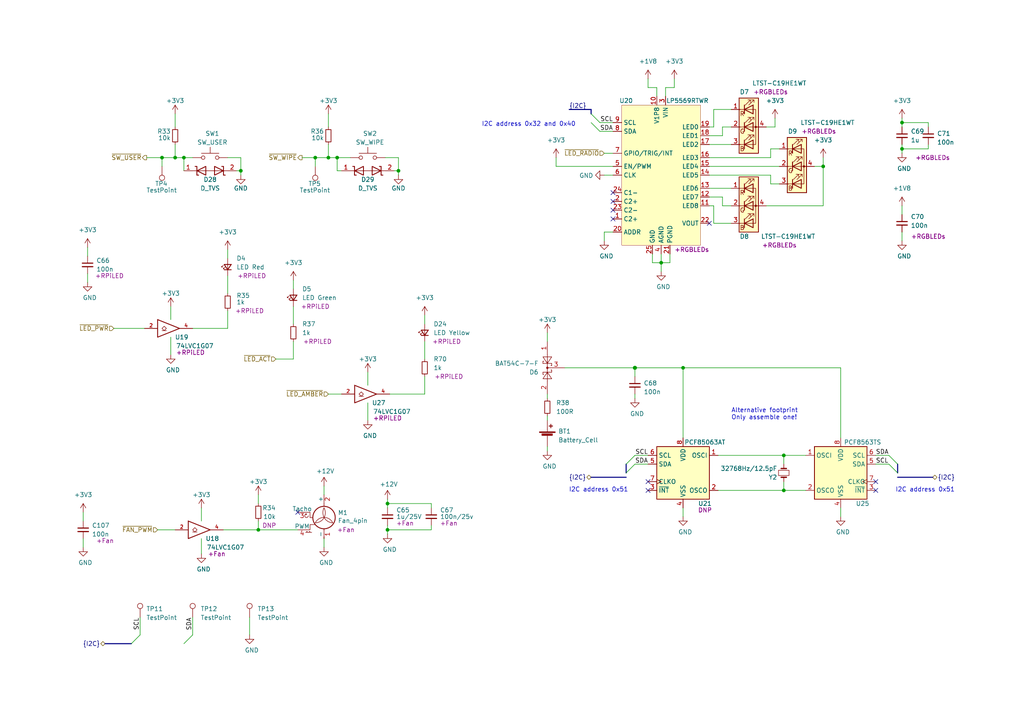
<source format=kicad_sch>
(kicad_sch (version 20210621) (generator eeschema)
  (paper "A4")
  (title_block (title "Control/RTC") (date "2021-01-12") (rev "0.1") (company "Nabu Casa") (comment 1 "www.nabucasa.com") (comment 2 "Amber"))
  (lib_symbols
    (symbol "74xGxx:74LVC1G07" (pin_names (offset 1.016))
      (property "Reference" "U" (at -2.54 3.81 0))
      (property "Value" "74LVC1G07" (at 0 -3.81 0))
      (symbol "74LVC1G07_0_1"
        (polyline (pts (xy -2.54 -0.635) (xy -1.27 -0.635)))
        (polyline (pts (xy -3.81 2.54) (xy -3.81 -2.54) (xy 2.54 0) (xy -3.81 2.54)) (stroke (width 0.254)))
        (polyline (pts (xy -1.905 0.635) (xy -2.54 0) (xy -1.905 -0.635) (xy -1.27 0) (xy -1.905 0.635)))
      )
      (symbol "74LVC1G07_1_1"
        (pin input line (at -7.62 0 0) (length 3.81) (name "~") (number "2"))
        (pin power_in line (at 0 -2.54 270) (length 0) hide (name "GND") (number "3"))
        (pin open_collector line (at 6.35 0 180) (length 3.81) (name "~") (number "4"))
        (pin power_in line (at 0 2.54 90) (length 0) hide (name "VCC") (number "5"))
      )
    )
    (symbol "Amber:D_TVS_Reverse" (pin_names (offset 1.016) hide)
      (property "Reference" "D" (at 0 2.54 0))
      (property "Value" "D_TVS_Reverse" (at 0 -2.54 0))
      (symbol "D_TVS_Reverse_0_1"
        (polyline (pts (xy 5.08 0) (xy -5.08 0)))
        (polyline (pts (xy -4.3688 1.27) (xy -3.8608 1.27) (xy -3.8608 -1.27) (xy -3.3528 -1.27)) (stroke (width 0.254)))
        (polyline (pts (xy -3.81 0) (xy -1.27 1.27) (xy -1.27 -1.27) (xy -3.81 0)) (stroke (width 0.254)))
        (polyline (pts (xy 3.81 0) (xy 1.27 -1.27) (xy 1.27 1.27) (xy 3.81 0)) (stroke (width 0.254)))
        (polyline (pts (xy 4.3688 -1.27) (xy 3.8608 -1.27) (xy 3.8608 1.27) (xy 3.3528 1.27)) (stroke (width 0.254)))
      )
      (symbol "D_TVS_Reverse_1_1"
        (pin passive line (at -7.62 0 0) (length 2.54) (name "A1") (number "1"))
        (pin passive line (at 7.62 0 180) (length 2.54) (name "A2") (number "2"))
      )
    )
    (symbol "Amber:LP5569"
      (property "Reference" "U" (at -10.16 21.59 0))
      (property "Value" "LP5569" (at 7.62 21.59 0))
      (symbol "LP5569_0_1"
        (rectangle (start -11.43 20.32) (end 11.43 -20.32) (stroke (width 0.0006)) (fill (type background)))
      )
      (symbol "LP5569_1_1"
        (pin input line (at -13.97 -12.7 0) (length 2.54) (name "C2+") (number "1"))
        (pin input line (at -1.27 22.86 270) (length 2.54) (name "V1P8") (number "10"))
        (pin output line (at 13.97 -8.89 180) (length 2.54) (name "LED8") (number "11"))
        (pin output line (at 13.97 -6.35 180) (length 2.54) (name "LED7") (number "12"))
        (pin output line (at 13.97 -3.81 180) (length 2.54) (name "LED6") (number "13"))
        (pin output line (at 13.97 0 180) (length 2.54) (name "LED5") (number "14"))
        (pin output line (at 13.97 2.54 180) (length 2.54) (name "LED4") (number "15"))
        (pin output line (at 13.97 5.08 180) (length 2.54) (name "LED3") (number "16"))
        (pin output line (at 13.97 8.89 180) (length 2.54) (name "LED2") (number "17"))
        (pin output line (at 13.97 11.43 180) (length 2.54) (name "LED1") (number "18"))
        (pin output line (at 13.97 13.97 180) (length 2.54) (name "LED0") (number "19"))
        (pin input line (at -13.97 -7.62 0) (length 2.54) (name "C2+") (number "2"))
        (pin input line (at -13.97 -16.51 0) (length 2.54) (name "ADDR") (number "20"))
        (pin input line (at 2.54 -22.86 90) (length 2.54) (name "PGND") (number "21"))
        (pin output line (at 13.97 -13.97 180) (length 2.54) (name "VOUT") (number "22"))
        (pin input line (at -13.97 -10.16 0) (length 2.54) (name "C2-") (number "23"))
        (pin input line (at -13.97 -5.08 0) (length 2.54) (name "C1-") (number "24"))
        (pin input line (at -2.54 -22.86 90) (length 2.54) (name "GND") (number "25"))
        (pin input line (at 1.27 22.86 270) (length 2.54) (name "VIN") (number "3"))
        (pin input line (at 0 -22.86 90) (length 2.54) (name "AGND") (number "4"))
        (pin input line (at -13.97 2.54 0) (length 2.54) (name "EN/PWM") (number "5"))
        (pin input line (at -13.97 0 0) (length 2.54) (name "CLK") (number "6"))
        (pin input line (at -13.97 6.35 0) (length 2.54) (name "GPIO/TRIG/INT") (number "7"))
        (pin bidirectional line (at -13.97 12.7 0) (length 2.54) (name "SDA") (number "8"))
        (pin input line (at -13.97 15.24 0) (length 2.54) (name "SCL") (number "9"))
      )
    )
    (symbol "Connector:TestPoint" (pin_numbers hide) (pin_names (offset 0.762) hide)
      (property "Reference" "TP" (at 0 6.858 0))
      (property "Value" "TestPoint" (at 0 5.08 0))
      (symbol "TestPoint_0_1"
        (circle (center 0 3.302) (radius 0.762))
      )
      (symbol "TestPoint_1_1"
        (pin passive line (at 0 0 90) (length 2.54) (name "1") (number "1"))
      )
    )
    (symbol "Device:Battery_Cell" (pin_numbers hide) (pin_names (offset 0) hide)
      (property "Reference" "BT" (at 2.54 2.54 0))
      (property "Value" "Battery_Cell" (at 2.54 0 0))
      (symbol "Battery_Cell_0_1"
        (rectangle (start -2.286 1.778) (end 2.286 1.524) (fill (type outline)))
        (rectangle (start -1.5748 1.1938) (end 1.4732 0.6858) (fill (type outline)))
        (polyline (pts (xy 0 0.762) (xy 0 0)))
        (polyline (pts (xy 0 1.778) (xy 0 2.54)))
        (polyline (pts (xy 0.508 3.429) (xy 1.524 3.429)) (stroke (width 0.254)))
        (polyline (pts (xy 1.016 3.937) (xy 1.016 2.921)) (stroke (width 0.254)))
      )
      (symbol "Battery_Cell_1_1"
        (pin passive line (at 0 5.08 270) (length 2.54) (name "+") (number "1"))
        (pin passive line (at 0 -2.54 90) (length 2.54) (name "-") (number "2"))
      )
    )
    (symbol "Device:C_Small" (pin_numbers hide) (pin_names (offset 0.254) hide)
      (property "Reference" "C" (at 0.254 1.778 0))
      (property "Value" "C_Small" (at 0.254 -2.032 0))
      (symbol "C_Small_0_1"
        (polyline (pts (xy -1.524 -0.508) (xy 1.524 -0.508)) (stroke (width 0.3302)))
        (polyline (pts (xy -1.524 0.508) (xy 1.524 0.508)) (stroke (width 0.3048)))
      )
      (symbol "C_Small_1_1"
        (pin passive line (at 0 2.54 270) (length 2.032) (name "~") (number "1"))
        (pin passive line (at 0 -2.54 90) (length 2.032) (name "~") (number "2"))
      )
    )
    (symbol "Device:Crystal_Small" (pin_numbers hide) (pin_names (offset 1.016) hide)
      (property "Reference" "Y" (at 0 2.54 0))
      (property "Value" "Crystal_Small" (at 0 -2.54 0))
      (symbol "Crystal_Small_0_1"
        (rectangle (start -0.762 -1.524) (end 0.762 1.524))
        (polyline (pts (xy -1.27 -0.762) (xy -1.27 0.762)) (stroke (width 0.381)))
        (polyline (pts (xy 1.27 -0.762) (xy 1.27 0.762)) (stroke (width 0.381)))
      )
      (symbol "Crystal_Small_1_1"
        (pin passive line (at -2.54 0 0) (length 1.27) (name "1") (number "1"))
        (pin passive line (at 2.54 0 180) (length 1.27) (name "2") (number "2"))
      )
    )
    (symbol "Device:LED_RGBA" (pin_names (offset 0) hide)
      (property "Reference" "D" (at 0 9.398 0))
      (property "Value" "LED_RGBA" (at 0 -8.89 0))
      (symbol "LED_RGBA_0_0"
        (text "B" (at -1.905 -6.35 0) (effects (font (size 1.27 1.27))))
        (text "G" (at -1.905 -1.27 0) (effects (font (size 1.27 1.27))))
        (text "R" (at -1.905 3.81 0) (effects (font (size 1.27 1.27))))
      )
      (symbol "LED_RGBA_0_1"
        (circle (center 2.032 0) (radius 0.254) (fill (type outline)))
        (rectangle (start 1.27 -1.27) (end 1.27 1.27))
        (rectangle (start 1.27 1.27) (end 1.27 1.27))
        (rectangle (start 1.27 3.81) (end 1.27 6.35))
        (rectangle (start 1.27 6.35) (end 1.27 6.35))
        (rectangle (start 2.794 8.382) (end -2.794 -7.62) (stroke (width 0.254)) (fill (type background)))
        (polyline (pts (xy -1.27 -5.08) (xy -2.54 -5.08)))
        (polyline (pts (xy -1.27 -5.08) (xy 1.27 -5.08)))
        (polyline (pts (xy -1.27 -3.81) (xy -1.27 -6.35)) (stroke (width 0.254)))
        (polyline (pts (xy -1.27 0) (xy -2.54 0)))
        (polyline (pts (xy -1.27 1.27) (xy -1.27 -1.27)) (stroke (width 0.254)))
        (polyline (pts (xy -1.27 5.08) (xy -2.54 5.08)))
        (polyline (pts (xy -1.27 5.08) (xy 1.27 5.08)))
        (polyline (pts (xy -1.27 6.35) (xy -1.27 3.81)) (stroke (width 0.254)))
        (polyline (pts (xy 1.27 0) (xy -1.27 0)))
        (polyline (pts (xy 1.27 0) (xy 2.54 0)))
        (polyline (pts (xy -1.27 1.27) (xy -1.27 -1.27) (xy -1.27 -1.27)))
        (polyline (pts (xy -1.27 6.35) (xy -1.27 3.81) (xy -1.27 3.81)))
        (polyline (pts (xy 1.27 -5.08) (xy 2.032 -5.08) (xy 2.032 5.08) (xy 1.27 5.08)))
        (polyline (pts (xy 1.27 -3.81) (xy 1.27 -6.35) (xy -1.27 -5.08) (xy 1.27 -3.81)) (stroke (width 0.254)))
        (polyline (pts (xy 1.27 1.27) (xy 1.27 -1.27) (xy -1.27 0) (xy 1.27 1.27)) (stroke (width 0.254)))
        (polyline (pts (xy 1.27 6.35) (xy 1.27 3.81) (xy -1.27 5.08) (xy 1.27 6.35)) (stroke (width 0.254)))
        (polyline (pts (xy -1.016 -3.81) (xy 0.508 -2.286) (xy -0.254 -2.286) (xy 0.508 -2.286) (xy 0.508 -3.048)))
        (polyline (pts (xy -1.016 1.27) (xy 0.508 2.794) (xy -0.254 2.794) (xy 0.508 2.794) (xy 0.508 2.032)))
        (polyline (pts (xy -1.016 6.35) (xy 0.508 7.874) (xy -0.254 7.874) (xy 0.508 7.874) (xy 0.508 7.112)))
        (polyline (pts (xy 0 -3.81) (xy 1.524 -2.286) (xy 0.762 -2.286) (xy 1.524 -2.286) (xy 1.524 -3.048)))
        (polyline (pts (xy 0 1.27) (xy 1.524 2.794) (xy 0.762 2.794) (xy 1.524 2.794) (xy 1.524 2.032)))
        (polyline (pts (xy 0 6.35) (xy 1.524 7.874) (xy 0.762 7.874) (xy 1.524 7.874) (xy 1.524 7.112)))
      )
      (symbol "LED_RGBA_1_1"
        (pin passive line (at -5.08 5.08 0) (length 2.54) (name "RK") (number "1"))
        (pin passive line (at -5.08 0 0) (length 2.54) (name "GK") (number "2"))
        (pin passive line (at -5.08 -5.08 0) (length 2.54) (name "BK") (number "3"))
        (pin passive line (at 5.08 0 180) (length 2.54) (name "A") (number "4"))
      )
    )
    (symbol "Device:LED_Small" (pin_numbers hide) (pin_names (offset 0.254) hide)
      (property "Reference" "D" (at -1.27 3.175 0))
      (property "Value" "LED_Small" (at -4.445 -2.54 0))
      (symbol "LED_Small_0_1"
        (polyline (pts (xy -0.762 -1.016) (xy -0.762 1.016)) (stroke (width 0.254)))
        (polyline (pts (xy 1.016 0) (xy -0.762 0)))
        (polyline (pts (xy 0.762 -1.016) (xy -0.762 0) (xy 0.762 1.016) (xy 0.762 -1.016)) (stroke (width 0.254)))
        (polyline (pts (xy 0 0.762) (xy -0.508 1.27) (xy -0.254 1.27) (xy -0.508 1.27) (xy -0.508 1.016)))
        (polyline (pts (xy 0.508 1.27) (xy 0 1.778) (xy 0.254 1.778) (xy 0 1.778) (xy 0 1.524)))
      )
      (symbol "LED_Small_1_1"
        (pin passive line (at -2.54 0 0) (length 1.778) (name "K") (number "1"))
        (pin passive line (at 2.54 0 180) (length 1.778) (name "A") (number "2"))
      )
    )
    (symbol "Device:R_Small" (pin_numbers hide) (pin_names (offset 0.254) hide)
      (property "Reference" "R" (at 0.762 0.508 0))
      (property "Value" "R_Small" (at 0.762 -1.016 0))
      (symbol "R_Small_0_1"
        (rectangle (start -0.762 1.778) (end 0.762 -1.778) (stroke (width 0.2032)))
      )
      (symbol "R_Small_1_1"
        (pin passive line (at 0 2.54 270) (length 0.762) (name "~") (number "1"))
        (pin passive line (at 0 -2.54 90) (length 0.762) (name "~") (number "2"))
      )
    )
    (symbol "Diode:BAT54C" (pin_names (offset 1.016))
      (property "Reference" "D" (at 0.635 -3.81 0))
      (property "Value" "BAT54C" (at -6.35 3.175 0))
      (symbol "BAT54C_0_1"
        (circle (center 0 0) (radius 0.254) (fill (type outline)))
        (polyline (pts (xy -1.905 0) (xy 1.905 0)))
        (polyline (pts (xy -1.905 1.27) (xy -1.905 1.016)))
        (polyline (pts (xy -1.27 -1.27) (xy -0.635 -1.27)))
        (polyline (pts (xy -1.27 0) (xy -3.81 0)))
        (polyline (pts (xy -1.27 1.27) (xy -1.905 1.27)))
        (polyline (pts (xy -1.27 1.27) (xy -1.27 -1.27)))
        (polyline (pts (xy -0.635 -1.27) (xy -0.635 -1.016)))
        (polyline (pts (xy 0.635 -1.27) (xy 0.635 -1.016)))
        (polyline (pts (xy 1.27 -1.27) (xy 0.635 -1.27)))
        (polyline (pts (xy 1.27 1.27) (xy 1.27 -1.27)))
        (polyline (pts (xy 1.27 1.27) (xy 1.905 1.27)))
        (polyline (pts (xy 1.905 1.27) (xy 1.905 1.016)))
        (polyline (pts (xy 3.81 0) (xy 1.27 0)))
        (polyline (pts (xy -3.175 -1.27) (xy -3.175 1.27) (xy -1.27 0) (xy -3.175 -1.27)))
        (polyline (pts (xy 3.175 -1.27) (xy 3.175 1.27) (xy 1.27 0) (xy 3.175 -1.27)))
      )
      (symbol "BAT54C_1_1"
        (pin passive line (at -7.62 0 0) (length 3.81) (name "~") (number "1"))
        (pin passive line (at 7.62 0 180) (length 3.81) (name "~") (number "2"))
        (pin passive line (at 0 -5.08 90) (length 5.08) (name "~") (number "3"))
      )
    )
    (symbol "Motor:Fan_4pin" (pin_names (offset 0))
      (property "Reference" "M" (at 2.54 5.08 0))
      (property "Value" "Fan_4pin" (at 2.54 -2.54 0))
      (symbol "Fan_4pin_0_0"
        (arc (start -5.588 1.524) (end -5.08 2.032) (radius (at -5.08 1.524) (length 0.508) (angles 180 90)))
        (arc (start -5.588 1.524) (end -4.572 1.524) (radius (at -5.08 1.524) (length 0.508) (angles -179.9 -0.1)))
        (polyline (pts (xy -5.08 2.032) (xy -5.334 2.159)))
        (polyline (pts (xy -5.08 2.032) (xy -5.207 1.778)))
        (polyline (pts (xy -4.064 2.54) (xy -4.064 1.016) (xy -3.302 1.016)))
      )
      (symbol "Fan_4pin_0_1"
        (arc (start 0 3.81) (end -2.54 -0.508) (radius (at -2.4892 2.3876) (length 2.8702) (angles 29.7 -91)))
        (arc (start -2.54 -0.508) (end 2.54 -0.508) (radius (at 0 -1.778) (length 2.8448) (angles 153.4 26.6)))
        (arc (start 2.54 -0.508) (end 0 3.81) (radius (at 2.6162 2.413) (length 2.921) (angles -91.5 151.9)))
        (circle (center 0 1.016) (radius 3.2512) (stroke (width 0.254)))
        (polyline (pts (xy -4.064 2.54) (xy -5.08 2.54)))
        (polyline (pts (xy 0 -5.08) (xy 0 -4.572)))
        (polyline (pts (xy 0 -2.2352) (xy 0 -2.6416)))
        (polyline (pts (xy 0 4.2672) (xy 0 4.6228)))
        (polyline (pts (xy 0 4.572) (xy 0 5.08)))
        (polyline (pts (xy -2.54 -1.016) (xy -4.064 -1.016) (xy -4.064 -2.54) (xy -5.08 -2.54)))
        (polyline (pts (xy -5.334 -3.302) (xy -5.08 -3.302) (xy -5.08 -3.048) (xy -4.826 -3.048) (xy -4.826 -3.302) (xy -4.318 -3.302) (xy -4.318 -3.048) (xy -4.064 -3.048) (xy -4.064 -3.302) (xy -3.556 -3.302)))
      )
      (symbol "Fan_4pin_1_1"
        (pin passive line (at 0 -5.08 90) (length 2.54) (name "-") (number "1"))
        (pin passive line (at 0 7.62 270) (length 2.54) (name "+") (number "2"))
        (pin passive line (at -7.62 2.54 0) (length 2.54) (name "Tacho") (number "3"))
        (pin input line (at -7.62 -2.54 0) (length 2.54) (name "PWM") (number "4"))
      )
    )
    (symbol "Switch:SW_Push" (pin_numbers hide) (pin_names (offset 1.016) hide)
      (property "Reference" "SW" (at 1.27 2.54 0))
      (property "Value" "SW_Push" (at 0 -1.524 0))
      (symbol "SW_Push_0_1"
        (circle (center -2.032 0) (radius 0.508))
        (circle (center 2.032 0) (radius 0.508))
        (polyline (pts (xy 0 1.27) (xy 0 3.048)))
        (polyline (pts (xy 2.54 1.27) (xy -2.54 1.27)))
        (pin passive line (at -5.08 0 0) (length 2.54) (name "1") (number "1"))
        (pin passive line (at 5.08 0 180) (length 2.54) (name "2") (number "2"))
      )
    )
    (symbol "Timer_RTC:PCF8563T"
      (property "Reference" "U" (at -7.62 8.89 0))
      (property "Value" "PCF8563T" (at 2.54 8.89 0))
      (symbol "PCF8563T_0_1"
        (rectangle (start -7.62 7.62) (end 7.62 -7.62) (stroke (width 0.254)) (fill (type background)))
      )
      (symbol "PCF8563T_1_1"
        (pin input line (at -10.16 5.08 0) (length 2.54) (name "OSCI") (number "1"))
        (pin output line (at -10.16 -5.08 0) (length 2.54) (name "OSCO") (number "2"))
        (pin output line (at 10.16 -5.08 180) (length 2.54) (name "~{INT}") (number "3"))
        (pin power_in line (at 0 -10.16 90) (length 2.54) (name "VSS") (number "4"))
        (pin bidirectional line (at 10.16 2.54 180) (length 2.54) (name "SDA") (number "5"))
        (pin input line (at 10.16 5.08 180) (length 2.54) (name "SCL") (number "6"))
        (pin output clock (at 10.16 -2.54 180) (length 2.54) (name "CLKO") (number "7"))
        (pin power_in line (at 0 10.16 270) (length 2.54) (name "VDD") (number "8"))
      )
    )
    (symbol "Timer_RTC:PCF8563TS"
      (property "Reference" "U" (at -7.62 8.89 0))
      (property "Value" "PCF8563TS" (at 2.54 8.89 0))
      (symbol "PCF8563TS_0_1"
        (rectangle (start -7.62 7.62) (end 7.62 -7.62) (stroke (width 0.254)) (fill (type background)))
      )
      (symbol "PCF8563TS_1_1"
        (pin input line (at -10.16 5.08 0) (length 2.54) (name "OSCI") (number "1"))
        (pin output line (at -10.16 -5.08 0) (length 2.54) (name "OSCO") (number "2"))
        (pin output line (at 10.16 -5.08 180) (length 2.54) (name "~{INT}") (number "3"))
        (pin power_in line (at 0 -10.16 90) (length 2.54) (name "VSS") (number "4"))
        (pin bidirectional line (at 10.16 2.54 180) (length 2.54) (name "SDA") (number "5"))
        (pin input line (at 10.16 5.08 180) (length 2.54) (name "SCL") (number "6"))
        (pin output clock (at 10.16 -2.54 180) (length 2.54) (name "CLKO") (number "7"))
        (pin power_in line (at 0 10.16 270) (length 2.54) (name "VDD") (number "8"))
      )
    )
    (symbol "power:+12V" (power) (pin_names (offset 0))
      (property "Value" "+12V" (at 0 3.556 0))
      (symbol "+12V_0_1"
        (polyline (pts (xy -0.762 1.27) (xy 0 2.54)))
        (polyline (pts (xy 0 0) (xy 0 2.54)))
        (polyline (pts (xy 0 2.54) (xy 0.762 1.27)))
      )
      (symbol "+12V_1_1"
        (pin power_in line (at 0 0 90) (length 0) hide (name "+12V") (number "1"))
      )
    )
    (symbol "power:+1V8" (power) (pin_names (offset 0))
      (property "Value" "+1V8" (at 0 3.556 0))
      (symbol "+1V8_0_1"
        (polyline (pts (xy -0.762 1.27) (xy 0 2.54)))
        (polyline (pts (xy 0 0) (xy 0 2.54)))
        (polyline (pts (xy 0 2.54) (xy 0.762 1.27)))
      )
      (symbol "+1V8_1_1"
        (pin power_in line (at 0 0 90) (length 0) hide (name "+1V8") (number "1"))
      )
    )
    (symbol "power:+3V3" (power) (pin_names (offset 0))
      (property "Value" "+3V3" (at 0 3.556 0))
      (symbol "+3V3_0_1"
        (polyline (pts (xy -0.762 1.27) (xy 0 2.54)))
        (polyline (pts (xy 0 0) (xy 0 2.54)))
        (polyline (pts (xy 0 2.54) (xy 0.762 1.27)))
      )
      (symbol "+3V3_1_1"
        (pin power_in line (at 0 0 90) (length 0) hide (name "+3V3") (number "1"))
      )
    )
    (symbol "power:GND" (power) (pin_names (offset 0))
      (property "Value" "GND" (at 0 -3.81 0))
      (symbol "GND_0_1"
        (polyline (pts (xy 0 0) (xy 0 -1.27) (xy 1.27 -1.27) (xy 0 -2.54) (xy -1.27 -1.27) (xy 0 -1.27)))
      )
      (symbol "GND_1_1"
        (pin power_in line (at 0 0 270) (length 0) hide (name "GND") (number "1"))
      )
    )
  )
  (junction (at 46.99 45.72) (diameter 0.9144))
  (junction (at 50.8 45.72) (diameter 0.9144))
  (junction (at 53.34 45.72) (diameter 0.9144))
  (junction (at 69.85 49.53) (diameter 0.9144))
  (junction (at 74.93 153.67) (diameter 0.9144))
  (junction (at 91.44 45.72) (diameter 0.9144))
  (junction (at 95.25 45.72) (diameter 0.9144))
  (junction (at 97.79 45.72) (diameter 0.9144))
  (junction (at 112.395 146.05) (diameter 0.9144))
  (junction (at 112.395 153.67) (diameter 0.9144))
  (junction (at 115.57 49.53) (diameter 0.9144))
  (junction (at 184.15 106.68) (diameter 1.016))
  (junction (at 191.77 76.2) (diameter 0.9144))
  (junction (at 198.12 106.68) (diameter 0.9144))
  (junction (at 227.33 132.08) (diameter 0.9144))
  (junction (at 227.33 142.24) (diameter 0.9144))
  (junction (at 238.76 48.26) (diameter 0.9144))
  (junction (at 261.62 35.56) (diameter 0.9144))
  (junction (at 261.62 43.18) (diameter 0.9144))
  (no_connect (at 86.36 148.59))
  (no_connect (at 177.8 55.88))
  (no_connect (at 177.8 58.42))
  (no_connect (at 177.8 60.96))
  (no_connect (at 177.8 63.5))
  (no_connect (at 187.96 139.7))
  (no_connect (at 187.96 142.24))
  (no_connect (at 205.74 64.77))
  (no_connect (at 254 139.7))
  (no_connect (at 254 142.24))
  (bus_entry (at 38.1 186.69) (size 2.54 -2.54) (stroke (width 0.1524)))
  (bus_entry (at 53.34 186.69) (size 2.54 -2.54) (stroke (width 0.1524)))
  (bus_entry (at 171.45 33.02) (size 2.54 2.54) (stroke (width 0.1524)))
  (bus_entry (at 171.45 35.56) (size 2.54 2.54) (stroke (width 0.1524)))
  (bus_entry (at 181.61 134.62) (size 2.54 -2.54) (stroke (width 0.1524)))
  (bus_entry (at 181.61 137.16) (size 2.54 -2.54) (stroke (width 0.1524)))
  (bus_entry (at 260.35 134.62) (size -2.54 -2.54) (stroke (width 0.1524)))
  (bus_entry (at 260.35 137.16) (size -2.54 -2.54) (stroke (width 0.1524)))
  (wire (pts (xy 24.13 148.59) (xy 24.13 151.13)))
  (wire (pts (xy 24.13 156.21) (xy 24.13 158.75)))
  (wire (pts (xy 25.4 71.755) (xy 25.4 74.295)))
  (wire (pts (xy 25.4 79.375) (xy 25.4 81.915)))
  (wire (pts (xy 33.02 95.25) (xy 41.91 95.25)))
  (wire (pts (xy 40.64 179.07) (xy 40.64 184.15)))
  (wire (pts (xy 42.545 45.72) (xy 46.99 45.72)))
  (wire (pts (xy 45.72 153.67) (xy 50.8 153.67)))
  (wire (pts (xy 46.99 45.72) (xy 46.99 48.26)))
  (wire (pts (xy 46.99 45.72) (xy 50.8 45.72)))
  (wire (pts (xy 49.53 88.9) (xy 49.53 92.71)))
  (wire (pts (xy 49.53 97.79) (xy 49.53 102.87)))
  (wire (pts (xy 50.8 36.83) (xy 50.8 33.02)))
  (wire (pts (xy 50.8 41.91) (xy 50.8 45.72)))
  (wire (pts (xy 50.8 45.72) (xy 53.34 45.72)))
  (wire (pts (xy 53.34 45.72) (xy 53.34 49.53)))
  (wire (pts (xy 53.34 45.72) (xy 55.88 45.72)))
  (wire (pts (xy 55.88 95.25) (xy 66.04 95.25)))
  (wire (pts (xy 55.88 179.07) (xy 55.88 184.15)))
  (wire (pts (xy 58.42 147.32) (xy 58.42 151.13)))
  (wire (pts (xy 58.42 156.21) (xy 58.42 160.655)))
  (wire (pts (xy 64.77 153.67) (xy 74.93 153.67)))
  (wire (pts (xy 66.04 45.72) (xy 69.85 45.72)))
  (wire (pts (xy 66.04 72.39) (xy 66.04 74.93)))
  (wire (pts (xy 66.04 80.01) (xy 66.04 85.09)))
  (wire (pts (xy 66.04 95.25) (xy 66.04 90.17)))
  (wire (pts (xy 68.58 49.53) (xy 69.85 49.53)))
  (wire (pts (xy 69.85 45.72) (xy 69.85 49.53)))
  (wire (pts (xy 69.85 49.53) (xy 69.85 50.8)))
  (wire (pts (xy 72.39 179.07) (xy 72.39 184.15)))
  (wire (pts (xy 74.93 146.05) (xy 74.93 143.51)))
  (wire (pts (xy 74.93 151.13) (xy 74.93 153.67)))
  (wire (pts (xy 74.93 153.67) (xy 86.36 153.67)))
  (wire (pts (xy 80.01 104.14) (xy 85.09 104.14)))
  (wire (pts (xy 85.09 81.28) (xy 85.09 83.82)))
  (wire (pts (xy 85.09 88.9) (xy 85.09 93.98)))
  (wire (pts (xy 85.09 99.06) (xy 85.09 104.14)))
  (wire (pts (xy 87.63 45.72) (xy 91.44 45.72)))
  (wire (pts (xy 91.44 45.72) (xy 91.44 48.26)))
  (wire (pts (xy 91.44 45.72) (xy 95.25 45.72)))
  (wire (pts (xy 93.98 140.97) (xy 93.98 143.51)))
  (wire (pts (xy 93.98 156.21) (xy 93.98 158.75)))
  (wire (pts (xy 95.25 36.83) (xy 95.25 33.02)))
  (wire (pts (xy 95.25 41.91) (xy 95.25 45.72)))
  (wire (pts (xy 95.25 45.72) (xy 97.79 45.72)))
  (wire (pts (xy 95.25 114.3) (xy 99.06 114.3)))
  (wire (pts (xy 97.79 45.72) (xy 101.6 45.72)))
  (wire (pts (xy 97.79 49.53) (xy 97.79 45.72)))
  (wire (pts (xy 97.79 49.53) (xy 99.06 49.53)))
  (wire (pts (xy 106.68 107.95) (xy 106.68 111.76)))
  (wire (pts (xy 106.68 116.84) (xy 106.68 121.92)))
  (wire (pts (xy 111.76 45.72) (xy 115.57 45.72)))
  (wire (pts (xy 112.395 144.78) (xy 112.395 146.05)))
  (wire (pts (xy 112.395 146.05) (xy 112.395 147.32)))
  (wire (pts (xy 112.395 146.05) (xy 125.095 146.05)))
  (wire (pts (xy 112.395 152.4) (xy 112.395 153.67)))
  (wire (pts (xy 112.395 153.67) (xy 112.395 154.94)))
  (wire (pts (xy 112.395 153.67) (xy 125.095 153.67)))
  (wire (pts (xy 113.03 114.3) (xy 123.19 114.3)))
  (wire (pts (xy 114.3 49.53) (xy 115.57 49.53)))
  (wire (pts (xy 115.57 45.72) (xy 115.57 49.53)))
  (wire (pts (xy 115.57 49.53) (xy 115.57 50.8)))
  (wire (pts (xy 123.19 91.44) (xy 123.19 93.98)))
  (wire (pts (xy 123.19 99.06) (xy 123.19 104.14)))
  (wire (pts (xy 123.19 109.22) (xy 123.19 114.3)))
  (wire (pts (xy 125.095 147.32) (xy 125.095 146.05)))
  (wire (pts (xy 125.095 152.4) (xy 125.095 153.67)))
  (wire (pts (xy 158.75 96.52) (xy 158.75 99.06)))
  (wire (pts (xy 158.75 114.3) (xy 158.75 115.57)))
  (wire (pts (xy 158.75 120.65) (xy 158.75 121.92)))
  (wire (pts (xy 158.75 129.54) (xy 158.75 130.81)))
  (wire (pts (xy 161.29 45.72) (xy 161.29 48.26)))
  (wire (pts (xy 161.29 48.26) (xy 177.8 48.26)))
  (wire (pts (xy 163.83 106.68) (xy 184.15 106.68)))
  (wire (pts (xy 175.26 44.45) (xy 177.8 44.45)))
  (wire (pts (xy 175.26 50.8) (xy 177.8 50.8)))
  (wire (pts (xy 175.26 67.31) (xy 177.8 67.31)))
  (wire (pts (xy 175.26 69.85) (xy 175.26 67.31)))
  (wire (pts (xy 177.8 35.56) (xy 173.99 35.56)))
  (wire (pts (xy 177.8 38.1) (xy 173.99 38.1)))
  (wire (pts (xy 184.15 106.68) (xy 184.15 109.22)))
  (wire (pts (xy 184.15 106.68) (xy 198.12 106.68)))
  (wire (pts (xy 184.15 114.3) (xy 184.15 115.57)))
  (wire (pts (xy 187.96 22.86) (xy 187.96 25.4)))
  (wire (pts (xy 187.96 25.4) (xy 190.5 25.4)))
  (wire (pts (xy 187.96 132.08) (xy 184.15 132.08)))
  (wire (pts (xy 187.96 134.62) (xy 184.15 134.62)))
  (wire (pts (xy 189.23 73.66) (xy 189.23 76.2)))
  (wire (pts (xy 189.23 76.2) (xy 191.77 76.2)))
  (wire (pts (xy 190.5 25.4) (xy 190.5 27.94)))
  (wire (pts (xy 191.77 73.66) (xy 191.77 76.2)))
  (wire (pts (xy 191.77 76.2) (xy 191.77 78.74)))
  (wire (pts (xy 191.77 76.2) (xy 194.31 76.2)))
  (wire (pts (xy 193.04 25.4) (xy 193.04 27.94)))
  (wire (pts (xy 194.31 76.2) (xy 194.31 73.66)))
  (wire (pts (xy 195.58 22.86) (xy 195.58 25.4)))
  (wire (pts (xy 195.58 25.4) (xy 193.04 25.4)))
  (wire (pts (xy 198.12 106.68) (xy 198.12 127)))
  (wire (pts (xy 198.12 147.32) (xy 198.12 149.86)))
  (wire (pts (xy 205.74 36.83) (xy 207.01 36.83)))
  (wire (pts (xy 205.74 39.37) (xy 209.55 39.37)))
  (wire (pts (xy 205.74 41.91) (xy 212.09 41.91)))
  (wire (pts (xy 205.74 45.72) (xy 223.52 45.72)))
  (wire (pts (xy 205.74 48.26) (xy 226.06 48.26)))
  (wire (pts (xy 205.74 50.8) (xy 223.52 50.8)))
  (wire (pts (xy 205.74 54.61) (xy 212.09 54.61)))
  (wire (pts (xy 205.74 57.15) (xy 209.55 57.15)))
  (wire (pts (xy 205.74 59.69) (xy 207.01 59.69)))
  (wire (pts (xy 207.01 31.75) (xy 212.09 31.75)))
  (wire (pts (xy 207.01 36.83) (xy 207.01 31.75)))
  (wire (pts (xy 207.01 59.69) (xy 207.01 64.77)))
  (wire (pts (xy 207.01 64.77) (xy 212.09 64.77)))
  (wire (pts (xy 208.28 132.08) (xy 227.33 132.08)))
  (wire (pts (xy 208.28 142.24) (xy 227.33 142.24)))
  (wire (pts (xy 209.55 36.83) (xy 212.09 36.83)))
  (wire (pts (xy 209.55 39.37) (xy 209.55 36.83)))
  (wire (pts (xy 209.55 57.15) (xy 209.55 59.69)))
  (wire (pts (xy 209.55 59.69) (xy 212.09 59.69)))
  (wire (pts (xy 222.25 36.83) (xy 224.79 36.83)))
  (wire (pts (xy 222.25 59.69) (xy 238.76 59.69)))
  (wire (pts (xy 223.52 43.18) (xy 226.06 43.18)))
  (wire (pts (xy 223.52 45.72) (xy 223.52 43.18)))
  (wire (pts (xy 223.52 50.8) (xy 223.52 53.34)))
  (wire (pts (xy 223.52 53.34) (xy 226.06 53.34)))
  (wire (pts (xy 224.79 34.29) (xy 224.79 36.83)))
  (wire (pts (xy 227.33 132.08) (xy 233.68 132.08)))
  (wire (pts (xy 227.33 134.62) (xy 227.33 132.08)))
  (wire (pts (xy 227.33 139.7) (xy 227.33 142.24)))
  (wire (pts (xy 227.33 142.24) (xy 233.68 142.24)))
  (wire (pts (xy 236.22 48.26) (xy 238.76 48.26)))
  (wire (pts (xy 238.76 48.26) (xy 238.76 45.72)))
  (wire (pts (xy 238.76 59.69) (xy 238.76 48.26)))
  (wire (pts (xy 243.84 106.68) (xy 198.12 106.68)))
  (wire (pts (xy 243.84 127) (xy 243.84 106.68)))
  (wire (pts (xy 243.84 147.32) (xy 243.84 149.86)))
  (wire (pts (xy 254 132.08) (xy 257.81 132.08)))
  (wire (pts (xy 254 134.62) (xy 257.81 134.62)))
  (wire (pts (xy 261.62 34.29) (xy 261.62 35.56)))
  (wire (pts (xy 261.62 35.56) (xy 261.62 36.83)))
  (wire (pts (xy 261.62 41.91) (xy 261.62 43.18)))
  (wire (pts (xy 261.62 43.18) (xy 261.62 44.45)))
  (wire (pts (xy 261.62 43.18) (xy 269.24 43.18)))
  (wire (pts (xy 261.62 59.69) (xy 261.62 62.23)))
  (wire (pts (xy 261.62 67.31) (xy 261.62 69.85)))
  (wire (pts (xy 269.24 35.56) (xy 261.62 35.56)))
  (wire (pts (xy 269.24 36.83) (xy 269.24 35.56)))
  (wire (pts (xy 269.24 41.91) (xy 269.24 43.18)))
  (bus (pts (xy 30.48 186.69) (xy 53.34 186.69)))
  (bus (pts (xy 165.1 31.75) (xy 171.45 31.75)))
  (bus (pts (xy 171.45 31.75) (xy 171.45 35.56)))
  (bus (pts (xy 181.61 134.62) (xy 181.61 138.43)))
  (bus (pts (xy 181.61 138.43) (xy 171.45 138.43)))
  (bus (pts (xy 260.35 134.62) (xy 260.35 138.43)))
  (bus (pts (xy 260.35 138.43) (xy 270.51 138.43)))
  (text "I2C address 0x32 and 0x40" (at 139.7 36.83 0) (effects (font (size 1.27 1.27)) (justify left bottom)))
  (text "I2C address 0x51" (at 182.245 142.875 180) (effects (font (size 1.27 1.27)) (justify right bottom)))
  (text "Alternative footprint\nOnly assemble one!" (at 212.09 121.92 0) (effects (font (size 1.27 1.27)) (justify left bottom)))
  (text "I2C address 0x51" (at 259.715 142.875 0) (effects (font (size 1.27 1.27)) (justify left bottom)))
  (label "SCL" (at 40.64 179.07 270))
  (label "SDA" (at 55.88 179.07 270))
  (label "{I2C}" (at 165.1 31.75 0))
  (label "SCL" (at 177.8 35.56 180))
  (label "SDA" (at 177.8 38.1 180))
  (label "SCL" (at 187.96 132.08 180))
  (label "SDA" (at 187.96 134.62 180))
  (label "SDA" (at 254 132.08 0))
  (label "SCL" (at 254 134.62 0))
  (hierarchical_label "{I2C}" (shape bidirectional) (at 30.48 186.69 180))
  (hierarchical_label "~{LED_PWR}" (shape input) (at 33.02 95.25 180))
  (hierarchical_label "~{SW_USER}" (shape output) (at 42.545 45.72 180))
  (hierarchical_label "~{FAN_PWM}" (shape input) (at 45.72 153.67 180))
  (hierarchical_label "~{LED_ACT}" (shape input) (at 80.01 104.14 180))
  (hierarchical_label "~{SW_WIPE}" (shape output) (at 87.63 45.72 180))
  (hierarchical_label "~{LED_AMBER}" (shape input) (at 95.25 114.3 180))
  (hierarchical_label "{I2C}" (shape bidirectional) (at 171.45 138.43 180))
  (hierarchical_label "~{LED_RADIO}" (shape input) (at 175.26 44.45 180))
  (hierarchical_label "{I2C}" (shape bidirectional) (at 270.51 138.43 0))
  (symbol (lib_id "power:+3V3") (at 24.13 148.59 0) (unit 1)
    (property "Reference" "#PWR027" (effects hide))
    (property "Value" "+3V3" (at 24.13 143.51 0))
  )
  (symbol (lib_id "power:+3V3") (at 25.4 71.755 0) (unit 1)
    (property "Reference" "#PWR0129" (effects hide))
    (property "Value" "+3V3" (at 25.4 66.675 0))
  )
  (symbol (lib_id "power:+3V3") (at 49.53 88.9 0) (unit 1)
    (property "Reference" "#PWR0117" (effects hide))
    (property "Value" "+3V3" (at 49.53 85.09 0))
  )
  (symbol (lib_id "power:+3V3") (at 50.8 33.02 0) (unit 1)
    (property "Reference" "#PWR0114" (effects hide))
    (property "Value" "+3V3" (at 50.8 29.21 0))
  )
  (symbol (lib_id "power:+3V3") (at 58.42 147.32 0) (unit 1)
    (property "Reference" "#PWR0115" (effects hide))
    (property "Value" "+3V3" (at 58.42 143.51 0))
  )
  (symbol (lib_id "power:+3V3") (at 66.04 72.39 0) (unit 1)
    (property "Reference" "#PWR0121" (effects hide))
    (property "Value" "+3V3" (at 66.04 67.31 0))
  )
  (symbol (lib_id "power:+3V3") (at 74.93 143.51 0) (unit 1)
    (property "Reference" "#PWR0120" (effects hide))
    (property "Value" "+3V3" (at 74.93 139.7 0))
  )
  (symbol (lib_id "power:+3V3") (at 85.09 81.28 0) (unit 1)
    (property "Reference" "#PWR0128" (effects hide))
    (property "Value" "+3V3" (at 85.09 76.2 0))
  )
  (symbol (lib_id "power:+12V") (at 93.98 140.97 0) (unit 1)
    (property "Reference" "#PWR0123" (effects hide))
    (property "Value" "+12V" (at 94.3483 136.6456 0))
  )
  (symbol (lib_id "power:+3V3") (at 95.25 33.02 0) (unit 1)
    (property "Reference" "#PWR0122" (effects hide))
    (property "Value" "+3V3" (at 95.25 29.21 0))
  )
  (symbol (lib_id "power:+3V3") (at 106.68 107.95 0) (unit 1)
    (property "Reference" "#PWR0214" (effects hide))
    (property "Value" "+3V3" (at 106.68 104.14 0))
  )
  (symbol (lib_id "power:+12V") (at 112.395 144.78 0) (unit 1)
    (property "Reference" "#PWR0126" (effects hide))
    (property "Value" "+12V" (at 112.7633 140.4556 0))
  )
  (symbol (lib_id "power:+3V3") (at 123.19 91.44 0) (unit 1)
    (property "Reference" "#PWR0204" (effects hide))
    (property "Value" "+3V3" (at 123.19 86.36 0))
  )
  (symbol (lib_id "power:+3V3") (at 158.75 96.52 0) (unit 1)
    (property "Reference" "#PWR0136" (effects hide))
    (property "Value" "+3V3" (at 158.75 92.71 0))
  )
  (symbol (lib_id "power:+3V3") (at 161.29 45.72 0) (unit 1)
    (property "Reference" "#PWR0131" (effects hide))
    (property "Value" "+3V3" (at 161.29 40.64 0))
  )
  (symbol (lib_id "power:+1V8") (at 187.96 22.86 0) (unit 1)
    (property "Reference" "#PWR0134" (effects hide))
    (property "Value" "+1V8" (at 187.96 17.78 0))
  )
  (symbol (lib_id "power:+3V3") (at 195.58 22.86 0) (unit 1)
    (property "Reference" "#PWR0138" (effects hide))
    (property "Value" "+3V3" (at 195.58 17.78 0))
  )
  (symbol (lib_id "power:+3V3") (at 224.79 34.29 0) (unit 1)
    (property "Reference" "#PWR0140" (effects hide))
    (property "Value" "+3V3" (at 224.79 29.21 0))
  )
  (symbol (lib_id "power:+3V3") (at 238.76 45.72 0) (unit 1)
    (property "Reference" "#PWR0142" (effects hide))
    (property "Value" "+3V3" (at 238.76 40.64 0))
  )
  (symbol (lib_id "power:+3V3") (at 261.62 34.29 0) (unit 1)
    (property "Reference" "#PWR0143" (effects hide))
    (property "Value" "+3V3" (at 261.62 29.21 0))
  )
  (symbol (lib_id "power:+1V8") (at 261.62 59.69 0) (unit 1)
    (property "Reference" "#PWR0145" (effects hide))
    (property "Value" "+1V8" (at 261.62 54.61 0))
  )
  (symbol (lib_id "Connector:TestPoint") (at 40.64 179.07 0) (unit 1)
    (property "Reference" "TP11" (at 42.418 176.5934 0) (effects (justify left)))
    (property "Value" "TestPoint" (at 42.418 179.1334 0) (effects (justify left)))
    (property "Footprint" "TestPoint:TestPoint_Pad_D1.0mm" (effects hide))
  )
  (symbol (lib_id "Connector:TestPoint") (at 46.99 48.26 180) (unit 1)
    (property "Reference" "TP4" (at 44.958 53.2764 0) (effects (justify right)))
    (property "Value" "TestPoint" (at 42.418 55.1814 0) (effects (justify right)))
    (property "Footprint" "TestPoint:TestPoint_Pad_D1.0mm" (effects hide))
  )
  (symbol (lib_id "Connector:TestPoint") (at 55.88 179.07 0) (unit 1)
    (property "Reference" "TP12" (at 58.166 176.5934 0) (effects (justify left)))
    (property "Value" "TestPoint" (at 58.166 179.1334 0) (effects (justify left)))
    (property "Footprint" "TestPoint:TestPoint_Pad_D1.0mm" (effects hide))
  )
  (symbol (lib_id "Connector:TestPoint") (at 72.39 179.07 0) (unit 1)
    (property "Reference" "TP13" (at 74.676 176.5934 0) (effects (justify left)))
    (property "Value" "TestPoint" (at 74.676 179.1334 0) (effects (justify left)))
    (property "Footprint" "TestPoint:TestPoint_Pad_D1.0mm" (effects hide))
  )
  (symbol (lib_id "Connector:TestPoint") (at 91.44 48.26 180) (unit 1)
    (property "Reference" "TP5" (at 89.408 53.2764 0) (effects (justify right)))
    (property "Value" "TestPoint" (at 86.868 55.1814 0) (effects (justify right)))
    (property "Footprint" "TestPoint:TestPoint_Pad_D1.0mm" (effects hide))
  )
  (symbol (lib_id "power:GND") (at 24.13 158.75 0) (unit 1)
    (property "Reference" "#PWR0196" (effects hide))
    (property "Value" "GND" (at 24.765 163.195 0))
  )
  (symbol (lib_id "power:GND") (at 25.4 81.915 0) (unit 1)
    (property "Reference" "#PWR0130" (effects hide))
    (property "Value" "GND" (at 26.035 86.36 0))
  )
  (symbol (lib_id "power:GND") (at 49.53 102.87 0) (unit 1)
    (property "Reference" "#PWR0118" (effects hide))
    (property "Value" "GND" (at 50.165 107.315 0))
  )
  (symbol (lib_id "power:GND") (at 58.42 160.655 0) (unit 1)
    (property "Reference" "#PWR0116" (effects hide))
    (property "Value" "GND" (at 59.055 165.1 0))
  )
  (symbol (lib_id "power:GND") (at 69.85 50.8 0) (unit 1)
    (property "Reference" "#PWR0119" (effects hide))
    (property "Value" "GND" (at 69.85 54.61 0))
  )
  (symbol (lib_id "power:GND") (at 72.39 184.15 0) (unit 1)
    (property "Reference" "#PWR0213" (effects hide))
    (property "Value" "GND" (at 73.025 188.595 0))
  )
  (symbol (lib_id "power:GND") (at 93.98 158.75 0) (unit 1)
    (property "Reference" "#PWR0124" (effects hide))
    (property "Value" "GND" (at 94.615 163.195 0))
  )
  (symbol (lib_id "power:GND") (at 106.68 121.92 0) (unit 1)
    (property "Reference" "#PWR0215" (effects hide))
    (property "Value" "GND" (at 107.315 126.365 0))
  )
  (symbol (lib_id "power:GND") (at 112.395 154.94 0) (unit 1)
    (property "Reference" "#PWR0127" (effects hide))
    (property "Value" "GND" (at 113.03 159.385 0))
  )
  (symbol (lib_id "power:GND") (at 115.57 50.8 0) (unit 1)
    (property "Reference" "#PWR0125" (effects hide))
    (property "Value" "GND" (at 115.57 54.61 0))
  )
  (symbol (lib_id "power:GND") (at 158.75 130.81 0) (unit 1)
    (property "Reference" "#PWR0137" (effects hide))
    (property "Value" "GND" (at 159.385 135.255 0))
  )
  (symbol (lib_id "power:GND") (at 175.26 50.8 270) (unit 1)
    (property "Reference" "#PWR0132" (effects hide))
    (property "Value" "GND" (at 172.085 50.9143 90) (effects (justify right)))
  )
  (symbol (lib_id "power:GND") (at 175.26 69.85 0) (unit 1)
    (property "Reference" "#PWR0133" (effects hide))
    (property "Value" "GND" (at 175.895 74.295 0))
  )
  (symbol (lib_id "power:GND") (at 184.15 115.57 0) (unit 1)
    (property "Reference" "#PWR0139" (effects hide))
    (property "Value" "GND" (at 184.785 120.015 0))
  )
  (symbol (lib_id "power:GND") (at 191.77 78.74 0) (unit 1)
    (property "Reference" "#PWR0135" (effects hide))
    (property "Value" "GND" (at 192.405 83.185 0))
  )
  (symbol (lib_id "power:GND") (at 198.12 149.86 0) (unit 1)
    (property "Reference" "#PWR0141" (effects hide))
    (property "Value" "GND" (at 198.755 154.305 0))
  )
  (symbol (lib_id "power:GND") (at 243.84 149.86 0) (unit 1)
    (property "Reference" "#PWR0203" (effects hide))
    (property "Value" "GND" (at 244.475 154.305 0))
  )
  (symbol (lib_id "power:GND") (at 261.62 44.45 0) (unit 1)
    (property "Reference" "#PWR0144" (effects hide))
    (property "Value" "GND" (at 262.255 48.895 0))
  )
  (symbol (lib_id "power:GND") (at 261.62 69.85 0) (unit 1)
    (property "Reference" "#PWR0146" (effects hide))
    (property "Value" "GND" (at 262.255 74.295 0))
  )
  (symbol (lib_id "Device:R_Small") (at 50.8 39.37 180) (unit 1)
    (property "Reference" "R33" (at 49.53 38.1 0) (effects (justify left)))
    (property "Value" "10k" (at 49.53 40.005 0) (effects (justify left)))
    (property "Footprint" "Resistor_SMD:R_0402_1005Metric" (effects hide))
  )
  (symbol (lib_id "Device:R_Small") (at 66.04 87.63 0) (unit 1)
    (property "Reference" "R35" (at 68.58 85.725 0) (effects (justify left)))
    (property "Value" "1k" (at 68.58 87.63 0) (effects (justify left)))
    (property "Footprint" "Resistor_SMD:R_0402_1005Metric" (effects hide))
    (property "Config" "+RPiLED" (at 72.39 90.17 0))
  )
  (symbol (lib_id "Device:R_Small") (at 74.93 148.59 180) (unit 1)
    (property "Reference" "R34" (at 80.01 147.32 0) (effects (justify left)))
    (property "Value" "10k" (at 80.01 149.86 0) (effects (justify left)))
    (property "Footprint" "Resistor_SMD:R_0402_1005Metric" (effects hide))
    (property "Config" "DNP" (at 78.105 152.4 0))
  )
  (symbol (lib_id "Device:R_Small") (at 85.09 96.52 0) (unit 1)
    (property "Reference" "R37" (at 87.63 93.98 0) (effects (justify left)))
    (property "Value" "1k" (at 87.63 96.52 0) (effects (justify left)))
    (property "Footprint" "Resistor_SMD:R_0402_1005Metric" (effects hide))
    (property "Config" "+RPiLED" (at 92.075 99.06 0))
  )
  (symbol (lib_id "Device:R_Small") (at 95.25 39.37 180) (unit 1)
    (property "Reference" "R36" (at 93.98 38.1 0) (effects (justify left)))
    (property "Value" "10k" (at 93.98 40.005 0) (effects (justify left)))
    (property "Footprint" "Resistor_SMD:R_0402_1005Metric" (effects hide))
  )
  (symbol (lib_id "Device:R_Small") (at 123.19 106.68 0) (unit 1)
    (property "Reference" "R70" (at 125.73 104.14 0) (effects (justify left)))
    (property "Value" "1k" (at 125.73 106.68 0) (effects (justify left)))
    (property "Footprint" "Resistor_SMD:R_0402_1005Metric" (effects hide))
    (property "Config" "+RPiLED" (at 130.175 109.22 0))
  )
  (symbol (lib_id "Device:R_Small") (at 158.75 118.11 0) (unit 1)
    (property "Reference" "R38" (at 161.29 116.84 0) (effects (justify left)))
    (property "Value" "100R" (at 161.29 119.38 0) (effects (justify left)))
    (property "Footprint" "Resistor_SMD:R_0402_1005Metric" (effects hide))
  )
  (symbol (lib_id "Device:LED_Small") (at 66.04 77.47 90) (unit 1)
    (property "Reference" "D4" (at 68.58 74.93 90) (effects (justify right)))
    (property "Value" "LED Red" (at 68.58 77.47 90) (effects (justify right)))
    (property "Footprint" "LED_SMD:LED_0603_1608Metric" (effects hide))
    (property "Datasheet" "https://datasheet.lcsc.com/lcsc/1811101510_Everlight-Elec-19-217-R6C-AL1M2VY-3T_C72044.pdf" (effects hide))
    (property "Manufacturer" "Everlight Elec" (effects hide))
    (property "PartNumber" "19-217/R6C-AL1M2VY/3T" (effects hide))
    (property "Config" "+RPiLED" (at 73.025 80.01 90))
  )
  (symbol (lib_id "Device:LED_Small") (at 85.09 86.36 90) (unit 1)
    (property "Reference" "D5" (at 87.63 83.82 90) (effects (justify right)))
    (property "Value" "LED Green" (at 87.63 86.36 90) (effects (justify right)))
    (property "Footprint" "LED_SMD:LED_0603_1608Metric" (effects hide))
    (property "Datasheet" "https://datasheet.lcsc.com/lcsc/1811101510_Everlight-Elec-19-217-GHC-YR1S2-3T_C72043.pdf" (effects hide))
    (property "Manufacturer" "Everlight Elec" (effects hide))
    (property "PartNumber" "19-217/GHC-YR1S2/3T" (effects hide))
    (property "Config" "+RPiLED" (at 91.44 88.9 90))
  )
  (symbol (lib_id "Device:LED_Small") (at 123.19 96.52 90) (unit 1)
    (property "Reference" "D24" (at 125.73 93.98 90) (effects (justify right)))
    (property "Value" "LED Yellow" (at 125.73 96.52 90) (effects (justify right)))
    (property "Footprint" "LED_SMD:LED_0603_1608Metric" (effects hide))
    (property "Datasheet" "https://datasheet.lcsc.com/lcsc/1810101813_Everlight-Elec-19-213-Y2C-CQ2R2L-3T-CY_C72038.pdf" (effects hide))
    (property "Manufacturer" "Everlight Elec" (effects hide))
    (property "PartNumber" "19-213/Y2C-CQ2R2L/3T(CY)" (effects hide))
    (property "Config" "+RPiLED" (at 129.54 99.06 90))
  )
  (symbol (lib_id "Device:Crystal_Small") (at 227.33 137.16 270) (unit 1)
    (property "Reference" "Y2" (at 225.425 138.43 90) (effects (justify right)))
    (property "Value" "32768Hz{slash}12.5pF" (at 225.425 135.89 90) (effects (justify right)))
    (property "Footprint" "Crystal:Crystal_SMD_3215-2Pin_3.2x1.5mm" (effects hide))
    (property "Manufacturer" "Yangxing Tech" (effects hide))
    (property "PartNumber" "X321532768KGD2SI" (effects hide))
  )
  (symbol (lib_id "Device:C_Small") (at 24.13 153.67 0) (unit 1)
    (property "Reference" "C107" (at 26.67 152.4 0) (effects (justify left)))
    (property "Value" "100n" (at 26.67 154.94 0) (effects (justify left)))
    (property "Footprint" "Capacitor_SMD:C_0402_1005Metric" (effects hide))
    (property "Config" "+Fan" (at 30.48 156.845 0))
  )
  (symbol (lib_id "Device:C_Small") (at 25.4 76.835 0) (unit 1)
    (property "Reference" "C66" (at 27.94 75.565 0) (effects (justify left)))
    (property "Value" "100n" (at 27.94 78.105 0) (effects (justify left)))
    (property "Footprint" "Capacitor_SMD:C_0402_1005Metric" (effects hide))
    (property "Config" "+RPiLED" (at 31.75 80.01 0))
  )
  (symbol (lib_id "Device:C_Small") (at 112.395 149.86 0) (unit 1)
    (property "Reference" "C65" (at 114.935 147.955 0) (effects (justify left)))
    (property "Value" "1u/25V" (at 114.935 149.86 0) (effects (justify left)))
    (property "Footprint" "Capacitor_SMD:C_0402_1005Metric" (effects hide))
    (property "Config" "+Fan" (at 117.475 151.765 0))
  )
  (symbol (lib_id "Device:C_Small") (at 125.095 149.86 0) (unit 1)
    (property "Reference" "C67" (at 127.635 147.955 0) (effects (justify left)))
    (property "Value" "100n/25v" (at 127.635 149.86 0) (effects (justify left)))
    (property "Footprint" "Capacitor_SMD:C_0402_1005Metric" (effects hide))
    (property "Config" "+Fan" (at 130.175 151.765 0))
  )
  (symbol (lib_id "Device:C_Small") (at 184.15 111.76 0) (unit 1)
    (property "Reference" "C68" (at 186.69 111.125 0) (effects (justify left)))
    (property "Value" "100n" (at 186.69 113.665 0) (effects (justify left)))
    (property "Footprint" "Capacitor_SMD:C_0402_1005Metric" (effects hide))
  )
  (symbol (lib_id "Device:C_Small") (at 261.62 39.37 0) (unit 1)
    (property "Reference" "C69" (at 264.16 38.1 0) (effects (justify left)))
    (property "Value" "1u" (at 264.16 40.64 0) (effects (justify left)))
    (property "Footprint" "Capacitor_SMD:C_0402_1005Metric" (effects hide))
    (property "Config" "+RGBLEDs" (at 270.51 45.72 0))
  )
  (symbol (lib_id "Device:C_Small") (at 261.62 64.77 0) (unit 1)
    (property "Reference" "C70" (at 264.16 62.865 0) (effects (justify left)))
    (property "Value" "100n" (at 264.16 65.405 0) (effects (justify left)))
    (property "Footprint" "Capacitor_SMD:C_0402_1005Metric" (effects hide))
    (property "Config" "+RGBLEDs" (at 269.24 68.58 0))
  )
  (symbol (lib_id "Device:C_Small") (at 269.24 39.37 0) (unit 1)
    (property "Reference" "C71" (at 271.78 38.735 0) (effects (justify left)))
    (property "Value" "100n" (at 271.78 41.275 0) (effects (justify left)))
    (property "Footprint" "Capacitor_SMD:C_0402_1005Metric" (effects hide))
    (property "Config" "+RGBLEDs" (effects hide))
  )
  (symbol (lib_id "Device:Battery_Cell") (at 158.75 127 0) (unit 1)
    (property "Reference" "BT1" (at 161.925 125.095 0) (effects (justify left)))
    (property "Value" "Battery_Cell" (at 161.925 127.635 0) (effects (justify left)))
    (property "Footprint" "Battery:BatteryHolder_Keystone_1060_1x2032" (effects hide))
    (property "Manufacturer" "Keystone" (effects hide))
    (property "PartNumber" "1060" (effects hide))
  )
  (symbol (lib_id "Switch:SW_Push") (at 60.96 45.72 0) (unit 1)
    (property "Reference" "SW1" (at 61.595 38.735 0))
    (property "Value" "SW_USER" (at 61.595 41.275 0))
    (property "Footprint" "Button_Switch_THT:SW_Tactile_SPST_Angled_PTS645Vx83-2LFS" (effects hide))
    (property "Manufacturer" "C&K" (effects hide))
    (property "PartNumber" "PTS645VM83-2 LFS" (effects hide))
  )
  (symbol (lib_id "Switch:SW_Push") (at 106.68 45.72 0) (unit 1)
    (property "Reference" "SW2" (at 107.315 38.735 0))
    (property "Value" "SW_WIPE" (at 107.315 41.275 0))
    (property "Footprint" "Button_Switch_THT:SW_Tactile_SPST_Angled_PTS645Vx58-2LFS" (effects hide))
    (property "Manufacturer" "C&K" (effects hide))
    (property "PartNumber" "PTS645VK58-2 LFS" (effects hide))
  )
  (symbol (lib_id "Amber:D_TVS_Reverse") (at 60.96 49.53 0) (unit 1)
    (property "Reference" "D28" (at 60.96 52.07 0))
    (property "Value" "D_TVS" (at 60.96 54.61 0))
    (property "Footprint" "Diode_SMD:D_0402_1005Metric" (effects hide))
    (property "Manufacturer" "Texas Instruments" (effects hide))
    (property "PartNumber" "TPD1E10B09QDPYRQ1" (effects hide))
  )
  (symbol (lib_id "Amber:D_TVS_Reverse") (at 106.68 49.53 0) (unit 1)
    (property "Reference" "D29" (at 106.68 52.07 0))
    (property "Value" "D_TVS" (at 106.68 54.61 0))
    (property "Footprint" "Diode_SMD:D_0402_1005Metric" (effects hide))
    (property "Manufacturer" "Texas Instruments" (effects hide))
    (property "PartNumber" "TPD1E10B09QDPYRQ1" (effects hide))
  )
  (symbol (lib_id "74xGxx:74LVC1G07") (at 49.53 95.25 0) (unit 1)
    (property "Reference" "U19" (at 52.705 97.79 0))
    (property "Value" "74LVC1G07" (at 56.515 100.33 0))
    (property "Footprint" "Package_TO_SOT_SMD:SOT-23-5" (effects hide))
    (property "Datasheet" "https://www.ti.com/lit/sg/scyt129g/scyt129g.pdf" (effects hide))
    (property "Manufacturer" "Texas Instruments" (effects hide))
    (property "PartNumber" "SN74LVC1G07DBV" (effects hide))
    (property "Config" "+RPiLED" (at 55.245 102.235 0))
  )
  (symbol (lib_id "74xGxx:74LVC1G07") (at 58.42 153.67 0) (unit 1)
    (property "Reference" "U18" (at 61.595 156.21 0))
    (property "Value" "74LVC1G07" (at 65.405 158.75 0))
    (property "Footprint" "Package_TO_SOT_SMD:SOT-23-5" (effects hide))
    (property "Datasheet" "https://www.ti.com/lit/sg/scyt129g/scyt129g.pdf" (effects hide))
    (property "Manufacturer" "Texas Instruments" (effects hide))
    (property "PartNumber" "SN74LVC1G07DBV" (effects hide))
    (property "Config" "+Fan" (at 62.865 160.655 0))
  )
  (symbol (lib_id "74xGxx:74LVC1G07") (at 106.68 114.3 0) (unit 1)
    (property "Reference" "U27" (at 109.855 116.84 0))
    (property "Value" "74LVC1G07" (at 113.665 119.38 0))
    (property "Footprint" "Package_TO_SOT_SMD:SOT-23-5" (effects hide))
    (property "Datasheet" "https://www.ti.com/lit/sg/scyt129g/scyt129g.pdf" (effects hide))
    (property "Manufacturer" "Texas Instruments" (effects hide))
    (property "PartNumber" "SN74LVC1G07DBV" (effects hide))
    (property "Config" "+RPiLED" (at 112.395 121.285 0))
  )
  (symbol (lib_id "Diode:BAT54C") (at 158.75 106.68 90) (mirror x) (unit 1)
    (property "Reference" "D6" (at 156.21 107.95 90) (effects (justify left)))
    (property "Value" "BAT54C-7-F" (at 156.21 105.41 90) (effects (justify left)))
    (property "Footprint" "Package_TO_SOT_SMD:SOT-23" (effects hide))
    (property "Datasheet" "http://www.diodes.com/_files/datasheets/ds11005.pdf" (effects hide))
    (property "Manufacturer" "Diodes Incorporated" (effects hide))
    (property "PartNumber" "BAT54C-7-F" (effects hide))
  )
  (symbol (lib_id "Motor:Fan_4pin") (at 93.98 151.13 0) (unit 1)
    (property "Reference" "M1" (at 97.9933 148.7106 0) (effects (justify left)))
    (property "Value" "Fan_4pin" (at 97.9933 151.0093 0) (effects (justify left)))
    (property "Footprint" "Connector:FanPinHeader_1x04_P2.54mm_Vertical" (effects hide))
    (property "Datasheet" "http://www.formfactors.org/developer%5Cspecs%5Crev1_2_public.pdf" (effects hide))
    (property "Manufacturer" "Molex" (effects hide))
    (property "PartNumber" "47053-1000" (effects hide))
    (property "Config" "+Fan" (at 100.33 153.67 0))
  )
  (symbol (lib_id "Device:LED_RGBA") (at 217.17 36.83 0) (unit 1)
    (property "Reference" "D7" (at 215.9 26.67 0))
    (property "Value" "LTST-C19HE1WT" (at 226.06 24.13 0))
    (property "Footprint" "LED_SMD:LED_LiteOn_LTST-C19HE1WT" (effects hide))
    (property "Datasheet" "https://www.mouser.ch/datasheet/2/678/SMB-KTF0-0A306-DS100_2017-09-15-1279410.pdf" (effects hide))
    (property "Manufacturer" "Lite-On" (effects hide))
    (property "PartNumber" "C19HE1WT" (effects hide))
    (property "Config" "+RGBLEDs" (at 223.52 26.67 0))
  )
  (symbol (lib_id "Device:LED_RGBA") (at 217.17 59.69 0) (unit 1)
    (property "Reference" "D8" (at 215.9 68.58 0))
    (property "Value" "LTST-C19HE1WT" (at 228.6 68.58 0))
    (property "Footprint" "LED_SMD:LED_LiteOn_LTST-C19HE1WT" (effects hide))
    (property "Datasheet" "https://www.mouser.ch/datasheet/2/678/SMB-KTF0-0A306-DS100_2017-09-15-1279410.pdf" (effects hide))
    (property "Manufacturer" "Lite-On" (effects hide))
    (property "PartNumber" "C19HE1WT" (effects hide))
    (property "Config" "+RGBLEDs" (at 226.06 71.12 0))
  )
  (symbol (lib_id "Device:LED_RGBA") (at 231.14 48.26 0) (unit 1)
    (property "Reference" "D9" (at 229.87 38.1 0))
    (property "Value" "LTST-C19HE1WT" (at 240.03 35.56 0))
    (property "Footprint" "LED_SMD:LED_LiteOn_LTST-C19HE1WT" (effects hide))
    (property "Datasheet" "https://www.mouser.ch/datasheet/2/678/SMB-KTF0-0A306-DS100_2017-09-15-1279410.pdf" (effects hide))
    (property "Manufacturer" "Lite-On" (effects hide))
    (property "PartNumber" "C19HE1WT" (effects hide))
    (property "Config" "+RGBLEDs" (at 237.49 38.1 0))
  )
  (symbol (lib_id "Timer_RTC:PCF8563T") (at 198.12 137.16 0) (mirror y) (unit 1)
    (property "Reference" "U21" (at 204.47 146.05 0))
    (property "Value" "PCF85063AT" (at 204.47 128.27 0))
    (property "Footprint" "Package_SO:SOIC-8_3.9x4.9mm_P1.27mm" (effects hide))
    (property "Datasheet" "https://www.nxp.com/docs/en/data-sheet/PCF85063A.pdf" (effects hide))
    (property "Manufacturer" "NXP USA" (effects hide))
    (property "PartNumber" "PCF85063AT/AY" (effects hide))
    (property "Config" "DNP" (at 204.47 147.955 0))
  )
  (symbol (lib_id "Timer_RTC:PCF8563TS") (at 243.84 137.16 0) (unit 1)
    (property "Reference" "U25" (at 250.19 146.05 0))
    (property "Value" "PCF8563TS" (at 250.19 128.27 0))
    (property "Footprint" "Package_SO:MSOP-8_3x3mm_P0.65mm" (effects hide))
    (property "Datasheet" "https://www.nxp.com/docs/en/data-sheet/PCF85063A.pdf" (effects hide))
    (property "Manufacturer" "NXP USA" (effects hide))
    (property "PartNumber" "PCF85063ATT/AJ" (effects hide))
  )
  (symbol (lib_id "Amber:LP5569") (at 191.77 50.8 0) (unit 1)
    (property "Reference" "U20" (at 181.61 29.21 0))
    (property "Value" "LP5569RTWR" (at 199.39 29.21 0))
    (property "Footprint" "Package_DFN_QFN:WQFN-24-1EP_4x4mm_P0.5mm_EP2.45x2.45mm" (effects hide))
    (property "Datasheet" "https://www.ti.com/lit/ds/symlink/lp5569.pdf" (effects hide))
    (property "Manufacturer" "Texas Instruments" (effects hide))
    (property "PartNumber" "LP5569RTWR" (effects hide))
    (property "Config" "+RGBLEDs" (at 200.66 72.39 0))
  )
)
</source>
